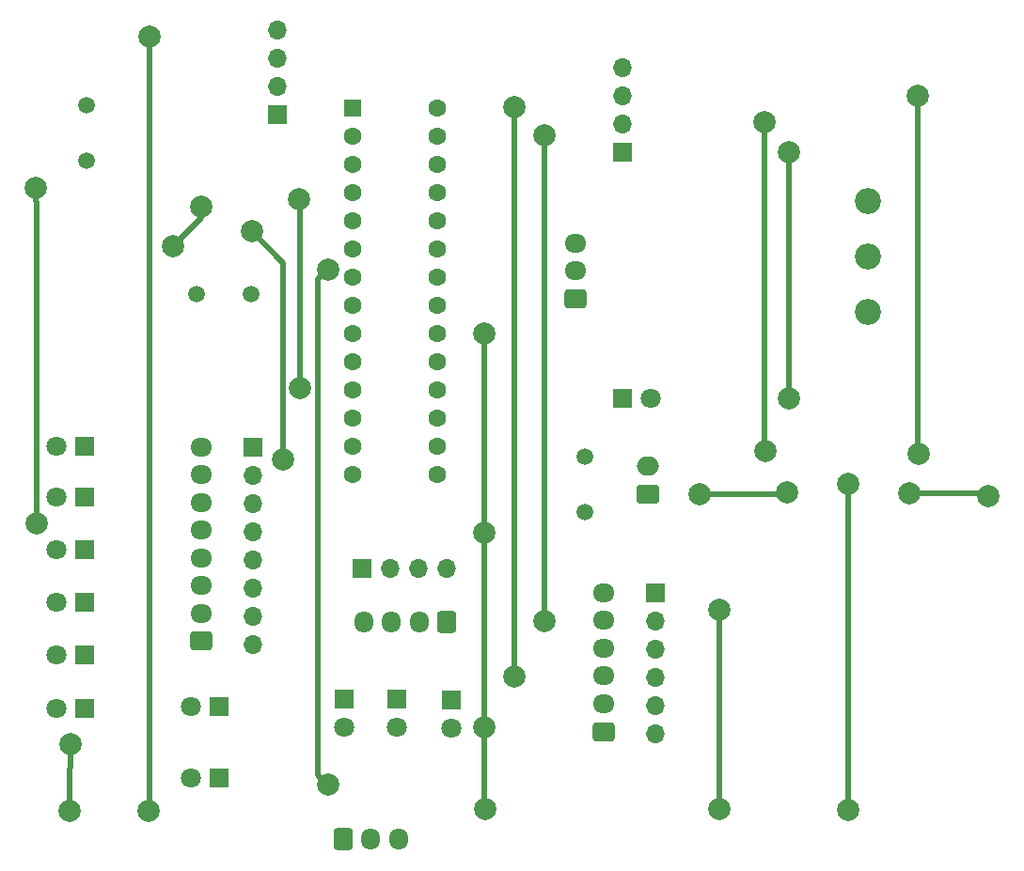
<source format=gbr>
%TF.GenerationSoftware,KiCad,Pcbnew,9.0.0*%
%TF.CreationDate,2025-06-16T14:41:11+03:00*%
%TF.ProjectId,ThorDrive_HW,54686f72-4472-4697-9665-5f48572e6b69,rev?*%
%TF.SameCoordinates,PX16c095cPY63de680*%
%TF.FileFunction,Copper,L1,Top*%
%TF.FilePolarity,Positive*%
%FSLAX46Y46*%
G04 Gerber Fmt 4.6, Leading zero omitted, Abs format (unit mm)*
G04 Created by KiCad (PCBNEW 9.0.0) date 2025-06-16 14:41:11*
%MOMM*%
%LPD*%
G01*
G04 APERTURE LIST*
G04 Aperture macros list*
%AMRoundRect*
0 Rectangle with rounded corners*
0 $1 Rounding radius*
0 $2 $3 $4 $5 $6 $7 $8 $9 X,Y pos of 4 corners*
0 Add a 4 corners polygon primitive as box body*
4,1,4,$2,$3,$4,$5,$6,$7,$8,$9,$2,$3,0*
0 Add four circle primitives for the rounded corners*
1,1,$1+$1,$2,$3*
1,1,$1+$1,$4,$5*
1,1,$1+$1,$6,$7*
1,1,$1+$1,$8,$9*
0 Add four rect primitives between the rounded corners*
20,1,$1+$1,$2,$3,$4,$5,0*
20,1,$1+$1,$4,$5,$6,$7,0*
20,1,$1+$1,$6,$7,$8,$9,0*
20,1,$1+$1,$8,$9,$2,$3,0*%
G04 Aperture macros list end*
%TA.AperFunction,ComponentPad*%
%ADD10RoundRect,0.250000X0.750000X-0.600000X0.750000X0.600000X-0.750000X0.600000X-0.750000X-0.600000X0*%
%TD*%
%TA.AperFunction,ComponentPad*%
%ADD11O,2.000000X1.700000*%
%TD*%
%TA.AperFunction,ComponentPad*%
%ADD12C,1.508000*%
%TD*%
%TA.AperFunction,ComponentPad*%
%ADD13RoundRect,0.250000X0.725000X-0.600000X0.725000X0.600000X-0.725000X0.600000X-0.725000X-0.600000X0*%
%TD*%
%TA.AperFunction,ComponentPad*%
%ADD14O,1.950000X1.700000*%
%TD*%
%TA.AperFunction,ComponentPad*%
%ADD15R,1.800000X1.800000*%
%TD*%
%TA.AperFunction,ComponentPad*%
%ADD16C,1.800000*%
%TD*%
%TA.AperFunction,ComponentPad*%
%ADD17C,2.340000*%
%TD*%
%TA.AperFunction,ComponentPad*%
%ADD18O,1.700000X1.700000*%
%TD*%
%TA.AperFunction,ComponentPad*%
%ADD19R,1.700000X1.700000*%
%TD*%
%TA.AperFunction,ComponentPad*%
%ADD20C,1.500000*%
%TD*%
%TA.AperFunction,ComponentPad*%
%ADD21RoundRect,0.250000X-0.550000X-0.550000X0.550000X-0.550000X0.550000X0.550000X-0.550000X0.550000X0*%
%TD*%
%TA.AperFunction,ComponentPad*%
%ADD22C,1.600000*%
%TD*%
%TA.AperFunction,ComponentPad*%
%ADD23RoundRect,0.250000X-0.600000X-0.725000X0.600000X-0.725000X0.600000X0.725000X-0.600000X0.725000X0*%
%TD*%
%TA.AperFunction,ComponentPad*%
%ADD24O,1.700000X1.950000*%
%TD*%
%TA.AperFunction,ComponentPad*%
%ADD25RoundRect,0.250000X0.600000X0.725000X-0.600000X0.725000X-0.600000X-0.725000X0.600000X-0.725000X0*%
%TD*%
%TA.AperFunction,ViaPad*%
%ADD26C,2.000000*%
%TD*%
%TA.AperFunction,Conductor*%
%ADD27C,0.500000*%
%TD*%
G04 APERTURE END LIST*
D10*
%TO.P,J13,1,Pin_1*%
%TO.N,+5V*%
X62050000Y35560000D03*
D11*
%TO.P,J13,2,Pin_2*%
%TO.N,Net-(J13-Pin_2)*%
X62050000Y38060000D03*
%TD*%
D12*
%TO.P,SW3,1,1*%
%TO.N,Net-(J13-Pin_2)*%
X56350000Y38949500D03*
%TO.P,SW3,2,2*%
%TO.N,+5V*%
X56350000Y33949500D03*
%TD*%
D13*
%TO.P,J4,1,Pin_1*%
%TO.N,GND*%
X21842500Y22295000D03*
D14*
%TO.P,J4,2,Pin_2*%
%TO.N,Fault*%
X21842500Y24795000D03*
%TO.P,J4,3,Pin_3*%
%TO.N,{slash}Logic_CL*%
X21842500Y27295000D03*
%TO.P,J4,4,Pin_4*%
%TO.N,{slash}Logic_BL*%
X21842500Y29795000D03*
%TO.P,J4,5,Pin_5*%
%TO.N,{slash}Logic_AL*%
X21842500Y32295000D03*
%TO.P,J4,6,Pin_6*%
%TO.N,{slash}Logic_CH*%
X21842500Y34795000D03*
%TO.P,J4,7,Pin_7*%
%TO.N,{slash}Logic_BH*%
X21842500Y37295000D03*
%TO.P,J4,8,Pin_8*%
%TO.N,{slash}Logic_AH*%
X21842500Y39795000D03*
%TD*%
D15*
%TO.P,D7,1,K*%
%TO.N,Net-(D7-K)*%
X11350000Y39810000D03*
D16*
%TO.P,D7,2,A*%
%TO.N,+5V*%
X8810000Y39810000D03*
%TD*%
%TO.P,D1,2,A*%
%TO.N,Net-(D1-A)*%
X62270000Y44135000D03*
D15*
%TO.P,D1,1,K*%
%TO.N,Net-(D1-K)*%
X59730000Y44135000D03*
%TD*%
D14*
%TO.P,J10,3,Pin_3*%
%TO.N,GND*%
X55500000Y58135000D03*
%TO.P,J10,2,Pin_2*%
%TO.N,pot*%
X55500000Y55635000D03*
D13*
%TO.P,J10,1,Pin_1*%
%TO.N,+5V*%
X55500000Y53135000D03*
%TD*%
D17*
%TO.P,RV2,3,3*%
%TO.N,GND*%
X81850000Y61935000D03*
%TO.P,RV2,2,2*%
%TO.N,pot*%
X81850000Y56935000D03*
%TO.P,RV2,1,1*%
%TO.N,+5V*%
X81850000Y51935000D03*
%TD*%
D14*
%TO.P,J2,6,Pin_6*%
%TO.N,PhaseA voltage*%
X58042500Y26645000D03*
%TO.P,J2,5,Pin_5*%
%TO.N,PhaseA current*%
X58042500Y24145000D03*
%TO.P,J2,4,Pin_4*%
%TO.N,PhaseB voltage*%
X58042500Y21645000D03*
%TO.P,J2,3,Pin_3*%
%TO.N,PhaseB current*%
X58042500Y19145000D03*
%TO.P,J2,2,Pin_2*%
%TO.N,PhaseC voltage*%
X58042500Y16645000D03*
D13*
%TO.P,J2,1,Pin_1*%
%TO.N,GND*%
X58042500Y14145000D03*
%TD*%
D18*
%TO.P,J7,6,Pin_6*%
%TO.N,GND*%
X62695000Y13945000D03*
%TO.P,J7,5,Pin_5*%
%TO.N,PhaseC voltage*%
X62695000Y16485000D03*
%TO.P,J7,4,Pin_4*%
%TO.N,PhaseB current*%
X62695000Y19025000D03*
%TO.P,J7,3,Pin_3*%
%TO.N,PhaseB voltage*%
X62695000Y21565000D03*
%TO.P,J7,2,Pin_2*%
%TO.N,PhaseA current*%
X62695000Y24105000D03*
D19*
%TO.P,J7,1,Pin_1*%
%TO.N,PhaseA voltage*%
X62695000Y26645000D03*
%TD*%
%TO.P,J9,1,Pin_1*%
%TO.N,TX*%
X28700000Y69745000D03*
D18*
%TO.P,J9,2,Pin_2*%
%TO.N,RX*%
X28700000Y72285000D03*
%TO.P,J9,3,Pin_3*%
%TO.N,+5V*%
X28700000Y74825000D03*
%TO.P,J9,4,Pin_4*%
%TO.N,GND*%
X28700000Y77365000D03*
%TD*%
D15*
%TO.P,D6,1,K*%
%TO.N,Net-(D6-K)*%
X23390000Y16375000D03*
D16*
%TO.P,D6,2,A*%
%TO.N,+5V*%
X20850000Y16375000D03*
%TD*%
%TO.P,D11,2,A*%
%TO.N,+5V*%
X8780000Y21085000D03*
D15*
%TO.P,D11,1,K*%
%TO.N,Net-(D11-K)*%
X11320000Y21085000D03*
%TD*%
D16*
%TO.P,D9,2,A*%
%TO.N,+5V*%
X8805000Y30510000D03*
D15*
%TO.P,D9,1,K*%
%TO.N,Net-(D9-K)*%
X11345000Y30510000D03*
%TD*%
D16*
%TO.P,D8,2,A*%
%TO.N,+5V*%
X8810000Y35235000D03*
D15*
%TO.P,D8,1,K*%
%TO.N,Net-(D8-K)*%
X11350000Y35235000D03*
%TD*%
D16*
%TO.P,D10,2,A*%
%TO.N,+5V*%
X8810000Y25810000D03*
D15*
%TO.P,D10,1,K*%
%TO.N,Net-(D10-K)*%
X11350000Y25810000D03*
%TD*%
D18*
%TO.P,J5,8,Pin_8*%
%TO.N,GND*%
X26500000Y22005000D03*
%TO.P,J5,7,Pin_7*%
%TO.N,Fault*%
X26500000Y24545000D03*
%TO.P,J5,6,Pin_6*%
%TO.N,{slash}Logic_CL*%
X26500000Y27085000D03*
%TO.P,J5,5,Pin_5*%
%TO.N,{slash}Logic_BL*%
X26500000Y29625000D03*
%TO.P,J5,4,Pin_4*%
%TO.N,{slash}Logic_AL*%
X26500000Y32165000D03*
%TO.P,J5,3,Pin_3*%
%TO.N,{slash}Logic_CH*%
X26500000Y34705000D03*
%TO.P,J5,2,Pin_2*%
%TO.N,{slash}Logic_BH*%
X26500000Y37245000D03*
D19*
%TO.P,J5,1,Pin_1*%
%TO.N,{slash}Logic_AH*%
X26500000Y39785000D03*
%TD*%
D16*
%TO.P,D12,2,A*%
%TO.N,+5V*%
X8785000Y16260000D03*
D15*
%TO.P,D12,1,K*%
%TO.N,Net-(D12-K)*%
X11325000Y16260000D03*
%TD*%
D20*
%TO.P,Y2,1,1*%
%TO.N,Net-(U1-XTAL2{slash}PB7)*%
X21400000Y53585000D03*
%TO.P,Y2,2,2*%
%TO.N,Net-(U1-XTAL1{slash}PB6)*%
X26280000Y53585000D03*
%TD*%
D21*
%TO.P,U1,1,~{RESET}/PC6*%
%TO.N,Net-(U1-~{RESET}{slash}PC6)*%
X35480000Y70285000D03*
D22*
%TO.P,U1,2,PD0*%
%TO.N,RX*%
X35480000Y67745000D03*
%TO.P,U1,3,PD1*%
%TO.N,TX*%
X35480000Y65205000D03*
%TO.P,U1,4,PD2*%
%TO.N,MCU_AH*%
X35480000Y62665000D03*
%TO.P,U1,5,PD3*%
%TO.N,MCU_BH*%
X35480000Y60125000D03*
%TO.P,U1,6,PD4*%
%TO.N,MCU_CH*%
X35480000Y57585000D03*
%TO.P,U1,7,VCC*%
%TO.N,+5V*%
X35480000Y55045000D03*
%TO.P,U1,8,GND*%
%TO.N,GND*%
X35480000Y52505000D03*
%TO.P,U1,9,XTAL1/PB6*%
%TO.N,Net-(U1-XTAL1{slash}PB6)*%
X35480000Y49965000D03*
%TO.P,U1,10,XTAL2/PB7*%
%TO.N,Net-(U1-XTAL2{slash}PB7)*%
X35480000Y47425000D03*
%TO.P,U1,11,PD5*%
%TO.N,{slash}Logic_AL*%
X35480000Y44885000D03*
%TO.P,U1,12,PD6*%
%TO.N,{slash}Logic_BL*%
X35480000Y42345000D03*
%TO.P,U1,13,PD7*%
%TO.N,{slash}Logic_CL*%
X35480000Y39805000D03*
%TO.P,U1,14,PB0*%
%TO.N,HallA*%
X35480000Y37265000D03*
%TO.P,U1,15,PB1*%
%TO.N,HallB*%
X43100000Y37265000D03*
%TO.P,U1,16,PB2*%
%TO.N,HallC*%
X43100000Y39805000D03*
%TO.P,U1,17,PB3*%
%TO.N,speed*%
X43100000Y42345000D03*
%TO.P,U1,18,PB4*%
%TO.N,CTRL_BUTT*%
X43100000Y44885000D03*
%TO.P,U1,19,PB5*%
%TO.N,Net-(D1-K)*%
X43100000Y47425000D03*
%TO.P,U1,20,AVCC*%
%TO.N,+5V*%
X43100000Y49965000D03*
%TO.P,U1,21,AREF*%
%TO.N,AREF*%
X43100000Y52505000D03*
%TO.P,U1,22,GND*%
%TO.N,GND*%
X43100000Y55045000D03*
%TO.P,U1,23,PC0*%
%TO.N,pot*%
X43100000Y57585000D03*
%TO.P,U1,24,PC1*%
%TO.N,emfZCD_A*%
X43100000Y60125000D03*
%TO.P,U1,25,PC2*%
%TO.N,emfZCD_B*%
X43100000Y62665000D03*
%TO.P,U1,26,PC3*%
%TO.N,emfZCS_C*%
X43100000Y65205000D03*
%TO.P,U1,27,PC4*%
%TO.N,PhaseA current*%
X43100000Y67745000D03*
%TO.P,U1,28,PC5*%
%TO.N,PhaseB current*%
X43100000Y70285000D03*
%TD*%
D12*
%TO.P,SW1,1,1*%
%TO.N,Net-(U1-~{RESET}{slash}PC6)*%
X11500000Y70615000D03*
%TO.P,SW1,2,2*%
%TO.N,GND*%
X11500000Y65615000D03*
%TD*%
D19*
%TO.P,J8,1,Pin_1*%
%TO.N,emfZCD_A*%
X59750000Y66345000D03*
D18*
%TO.P,J8,2,Pin_2*%
%TO.N,emfZCD_B*%
X59750000Y68885000D03*
%TO.P,J8,3,Pin_3*%
%TO.N,emfZCS_C*%
X59750000Y71425000D03*
%TO.P,J8,4,Pin_4*%
%TO.N,GND*%
X59750000Y73965000D03*
%TD*%
D19*
%TO.P,J6,1,Pin_1*%
%TO.N,HallA*%
X36317500Y28820000D03*
D18*
%TO.P,J6,2,Pin_2*%
%TO.N,HallB*%
X38857500Y28820000D03*
%TO.P,J6,3,Pin_3*%
%TO.N,HallC*%
X41397500Y28820000D03*
%TO.P,J6,4,Pin_4*%
%TO.N,GND*%
X43937500Y28820000D03*
%TD*%
D23*
%TO.P,J3,1,Pin_1*%
%TO.N,GND*%
X34592500Y4420000D03*
D24*
%TO.P,J3,2,Pin_2*%
%TO.N,+3.3V*%
X37092500Y4420000D03*
%TO.P,J3,3,Pin_3*%
%TO.N,+5V*%
X39592500Y4420000D03*
%TD*%
D25*
%TO.P,J1,1,Pin_1*%
%TO.N,GND*%
X43942500Y24045000D03*
D24*
%TO.P,J1,2,Pin_2*%
%TO.N,HallC*%
X41442500Y24045000D03*
%TO.P,J1,3,Pin_3*%
%TO.N,HallB*%
X38942500Y24045000D03*
%TO.P,J1,4,Pin_4*%
%TO.N,HallA*%
X36442500Y24045000D03*
%TD*%
D15*
%TO.P,D5,1,K*%
%TO.N,Net-(D5-K)*%
X23380000Y9915000D03*
D16*
%TO.P,D5,2,A*%
%TO.N,+5V*%
X20840000Y9915000D03*
%TD*%
D15*
%TO.P,D4,1,K*%
%TO.N,Net-(D4-K)*%
X39450000Y17045000D03*
D16*
%TO.P,D4,2,A*%
%TO.N,+5V*%
X39450000Y14505000D03*
%TD*%
D15*
%TO.P,D3,1,K*%
%TO.N,Net-(D3-K)*%
X44310000Y17025000D03*
D16*
%TO.P,D3,2,A*%
%TO.N,+5V*%
X44310000Y14485000D03*
%TD*%
D15*
%TO.P,D2,1,K*%
%TO.N,Net-(D2-K)*%
X34690000Y17055000D03*
D16*
%TO.P,D2,2,A*%
%TO.N,+5V*%
X34690000Y14515000D03*
%TD*%
D26*
%TO.N,+5V*%
X47320000Y32085000D03*
%TO.N,GND*%
X66700000Y35485000D03*
X74600000Y35685000D03*
X92700000Y35385000D03*
X85600000Y35585000D03*
%TO.N,emfZCD_B*%
X72500000Y69085000D03*
%TO.N,emfZCD_A*%
X74700000Y66385000D03*
%TO.N,emfZCS_C*%
X86300000Y71385000D03*
X86400000Y39185000D03*
%TO.N,emfZCD_A*%
X74700000Y44185000D03*
%TO.N,emfZCD_B*%
X72600000Y39385000D03*
%TO.N,+5V*%
X80100000Y7085000D03*
X80100000Y36485000D03*
X68500000Y7135000D03*
X68500000Y25135000D03*
%TO.N,PhaseB current*%
X50000000Y19135000D03*
X50000000Y70385000D03*
%TO.N,PhaseA current*%
X52750000Y67885000D03*
X52750000Y24135000D03*
%TO.N,GND*%
X19310000Y57885000D03*
%TO.N,+5V*%
X47320000Y14495000D03*
X47360000Y7135000D03*
X47320000Y50045000D03*
X17060000Y7035000D03*
X17130000Y76775000D03*
X10010000Y13015000D03*
X9970000Y6995000D03*
X33220000Y9365000D03*
X33230000Y55765000D03*
%TO.N,{slash}Logic_CH*%
X6890000Y63135000D03*
%TO.N,{slash}Logic_BH*%
X29190000Y38675000D03*
%TO.N,{slash}Logic_CH*%
X7000000Y32895000D03*
%TO.N,{slash}Logic_AH*%
X30720000Y45105000D03*
X30640000Y62105000D03*
%TO.N,{slash}Logic_BH*%
X26350000Y59215000D03*
%TO.N,GND*%
X21810000Y61425000D03*
%TD*%
D27*
%TO.N,+5V*%
X47320000Y32085000D02*
X47320000Y50045000D01*
X47320000Y32085000D02*
X47320000Y14495000D01*
%TO.N,GND*%
X92500000Y35585000D02*
X92700000Y35385000D01*
X85600000Y35585000D02*
X92500000Y35585000D01*
X66700000Y35485000D02*
X74400000Y35485000D01*
X74400000Y35485000D02*
X74600000Y35685000D01*
%TO.N,emfZCS_C*%
X86300000Y39285000D02*
X86400000Y39185000D01*
X86300000Y71385000D02*
X86300000Y39285000D01*
%TO.N,emfZCD_B*%
X72500000Y39485000D02*
X72600000Y39385000D01*
X72500000Y69085000D02*
X72500000Y39485000D01*
X72300000Y68885000D02*
X72500000Y69085000D01*
%TO.N,emfZCD_A*%
X74700000Y66385000D02*
X74700000Y44185000D01*
%TO.N,+5V*%
X80100000Y36485000D02*
X80100000Y7085000D01*
X68500000Y25135000D02*
X68500000Y7135000D01*
%TO.N,PhaseB current*%
X50000000Y70385000D02*
X50000000Y19135000D01*
%TO.N,PhaseA current*%
X52750000Y24135000D02*
X52750000Y67885000D01*
%TO.N,+5V*%
X32350000Y54885000D02*
X32350000Y10235000D01*
X32350000Y10235000D02*
X33220000Y9365000D01*
X33230000Y55765000D02*
X32350000Y54885000D01*
%TO.N,GND*%
X21810000Y60385000D02*
X19310000Y57885000D01*
X21810000Y61425000D02*
X21810000Y60385000D01*
%TO.N,+5V*%
X47320000Y14495000D02*
X47320000Y7175000D01*
X9970000Y10835000D02*
X9970000Y6995000D01*
X10010000Y10875000D02*
X9970000Y10835000D01*
X10010000Y13015000D02*
X10010000Y10875000D01*
X17130000Y76775000D02*
X17130000Y7105000D01*
X47320000Y7175000D02*
X47360000Y7135000D01*
X17130000Y7105000D02*
X17060000Y7035000D01*
%TO.N,{slash}Logic_CH*%
X7000000Y61865000D02*
X7000000Y32895000D01*
X6890000Y61975000D02*
X7000000Y61865000D01*
X6890000Y63135000D02*
X6890000Y61975000D01*
%TO.N,{slash}Logic_BH*%
X29190000Y56375000D02*
X26350000Y59215000D01*
X29190000Y38675000D02*
X29190000Y56375000D01*
%TO.N,{slash}Logic_AH*%
X30670000Y62075000D02*
X30640000Y62105000D01*
X30670000Y45385000D02*
X30670000Y62075000D01*
X30720000Y45335000D02*
X30670000Y45385000D01*
X30720000Y45105000D02*
X30720000Y45335000D01*
%TD*%
M02*

</source>
